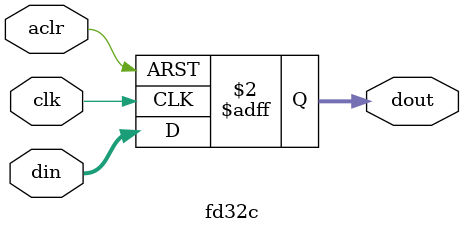
<source format=v>
module fd32c(input[31:0] din,input clk,input aclr,output reg[31:0] dout);


always @(posedge clk, posedge aclr)
begin
	if(aclr)dout <= 0;
		else dout <= din;
end

endmodule
		
</source>
